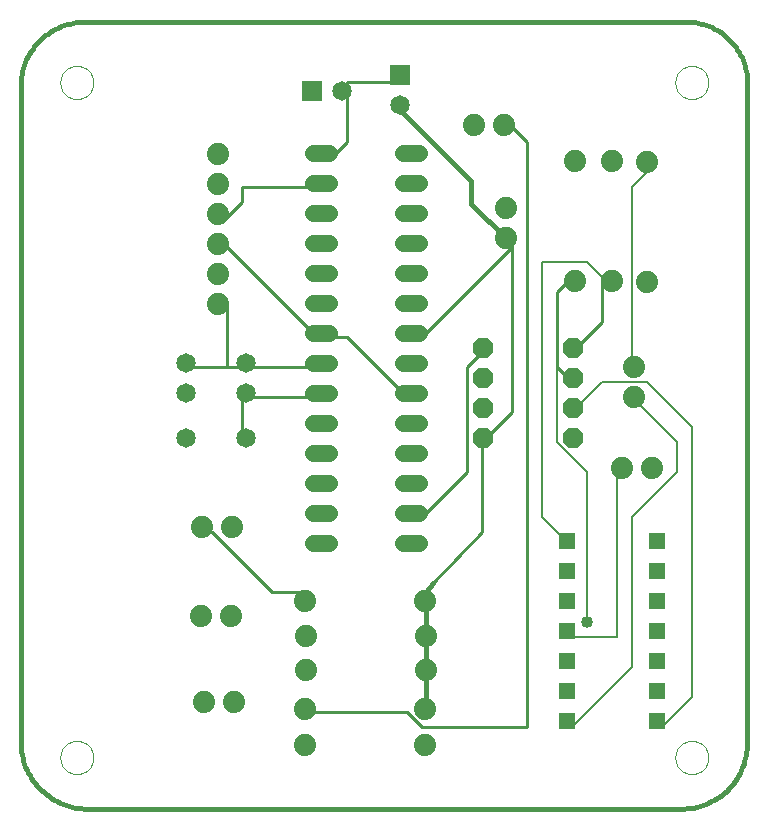
<source format=gtl>
G75*
G70*
%OFA0B0*%
%FSLAX24Y24*%
%IPPOS*%
%LPD*%
%AMOC8*
5,1,8,0,0,1.08239X$1,22.5*
%
%ADD10C,0.0160*%
%ADD11C,0.0000*%
%ADD12C,0.0560*%
%ADD13OC8,0.0680*%
%ADD14C,0.0740*%
%ADD15C,0.0650*%
%ADD16R,0.0650X0.0650*%
%ADD17R,0.0560X0.0560*%
%ADD18C,0.0100*%
%ADD19C,0.0080*%
%ADD20C,0.0400*%
D10*
X000189Y002413D02*
X000189Y024287D01*
X000191Y024388D01*
X000199Y024490D01*
X000211Y024590D01*
X000228Y024690D01*
X000249Y024790D01*
X000275Y024888D01*
X000306Y024984D01*
X000342Y025079D01*
X000382Y025173D01*
X000426Y025264D01*
X000475Y025353D01*
X000527Y025440D01*
X000584Y025524D01*
X000645Y025605D01*
X000710Y025683D01*
X000778Y025758D01*
X000850Y025830D01*
X000925Y025898D01*
X001003Y025963D01*
X001084Y026024D01*
X001168Y026081D01*
X001255Y026133D01*
X001344Y026182D01*
X001435Y026226D01*
X001529Y026266D01*
X001624Y026302D01*
X001720Y026333D01*
X001818Y026359D01*
X001918Y026380D01*
X002018Y026397D01*
X002118Y026409D01*
X002220Y026417D01*
X002321Y026419D01*
X013061Y026419D01*
X012634Y026418D02*
X022373Y026418D01*
X022470Y026416D01*
X022566Y026409D01*
X022662Y026397D01*
X022757Y026381D01*
X022852Y026361D01*
X022945Y026336D01*
X023037Y026306D01*
X023128Y026273D01*
X023217Y026234D01*
X023304Y026192D01*
X023388Y026146D01*
X023471Y026096D01*
X023551Y026041D01*
X023628Y025983D01*
X023703Y025922D01*
X023775Y025857D01*
X023843Y025789D01*
X023908Y025717D01*
X023969Y025642D01*
X024027Y025565D01*
X024082Y025485D01*
X024132Y025402D01*
X024178Y025318D01*
X024220Y025231D01*
X024259Y025142D01*
X024292Y025051D01*
X024322Y024959D01*
X024347Y024866D01*
X024367Y024771D01*
X024383Y024676D01*
X024395Y024580D01*
X024402Y024484D01*
X024404Y024387D01*
X024404Y002391D01*
X024402Y002286D01*
X024394Y002181D01*
X024382Y002077D01*
X024364Y001974D01*
X024342Y001871D01*
X024315Y001769D01*
X024283Y001669D01*
X024246Y001571D01*
X024205Y001475D01*
X024159Y001380D01*
X024108Y001288D01*
X024054Y001198D01*
X023995Y001111D01*
X023932Y001027D01*
X023865Y000946D01*
X023795Y000869D01*
X023720Y000794D01*
X023643Y000724D01*
X023562Y000657D01*
X023478Y000594D01*
X023391Y000535D01*
X023301Y000481D01*
X023209Y000430D01*
X023114Y000384D01*
X023018Y000343D01*
X022920Y000306D01*
X022820Y000274D01*
X022718Y000247D01*
X022615Y000225D01*
X022512Y000207D01*
X022408Y000195D01*
X022303Y000187D01*
X022198Y000185D01*
X002417Y000185D01*
X002311Y000188D01*
X002205Y000195D01*
X002100Y000208D01*
X001995Y000225D01*
X001892Y000248D01*
X001789Y000275D01*
X001688Y000308D01*
X001589Y000345D01*
X001491Y000386D01*
X001396Y000433D01*
X001303Y000483D01*
X001212Y000539D01*
X001125Y000598D01*
X001040Y000662D01*
X000958Y000729D01*
X000880Y000801D01*
X000805Y000876D01*
X000733Y000954D01*
X000666Y001036D01*
X000602Y001121D01*
X000543Y001208D01*
X000487Y001299D01*
X000437Y001392D01*
X000390Y001487D01*
X000349Y001585D01*
X000312Y001684D01*
X000279Y001785D01*
X000252Y001888D01*
X000229Y001991D01*
X000212Y002096D01*
X000199Y002201D01*
X000192Y002307D01*
X000189Y002413D01*
X013678Y003504D02*
X013706Y003504D01*
X013706Y004797D01*
X013706Y005946D01*
X013706Y005946D01*
X013706Y007396D01*
X013678Y007396D01*
X013678Y007099D01*
X013706Y007396D02*
X013939Y007707D01*
X016351Y019199D02*
X015213Y020337D01*
X015213Y021100D01*
X012841Y023472D01*
X012841Y023652D01*
D11*
X001509Y001896D02*
X001511Y001943D01*
X001517Y001989D01*
X001527Y002035D01*
X001540Y002080D01*
X001558Y002123D01*
X001579Y002165D01*
X001603Y002205D01*
X001631Y002242D01*
X001662Y002277D01*
X001696Y002310D01*
X001732Y002339D01*
X001771Y002365D01*
X001812Y002388D01*
X001855Y002407D01*
X001899Y002423D01*
X001944Y002435D01*
X001990Y002443D01*
X002037Y002447D01*
X002083Y002447D01*
X002130Y002443D01*
X002176Y002435D01*
X002221Y002423D01*
X002265Y002407D01*
X002308Y002388D01*
X002349Y002365D01*
X002388Y002339D01*
X002424Y002310D01*
X002458Y002277D01*
X002489Y002242D01*
X002517Y002205D01*
X002541Y002165D01*
X002562Y002123D01*
X002580Y002080D01*
X002593Y002035D01*
X002603Y001989D01*
X002609Y001943D01*
X002611Y001896D01*
X002609Y001849D01*
X002603Y001803D01*
X002593Y001757D01*
X002580Y001712D01*
X002562Y001669D01*
X002541Y001627D01*
X002517Y001587D01*
X002489Y001550D01*
X002458Y001515D01*
X002424Y001482D01*
X002388Y001453D01*
X002349Y001427D01*
X002308Y001404D01*
X002265Y001385D01*
X002221Y001369D01*
X002176Y001357D01*
X002130Y001349D01*
X002083Y001345D01*
X002037Y001345D01*
X001990Y001349D01*
X001944Y001357D01*
X001899Y001369D01*
X001855Y001385D01*
X001812Y001404D01*
X001771Y001427D01*
X001732Y001453D01*
X001696Y001482D01*
X001662Y001515D01*
X001631Y001550D01*
X001603Y001587D01*
X001579Y001627D01*
X001558Y001669D01*
X001540Y001712D01*
X001527Y001757D01*
X001517Y001803D01*
X001511Y001849D01*
X001509Y001896D01*
X001509Y024396D02*
X001511Y024443D01*
X001517Y024489D01*
X001527Y024535D01*
X001540Y024580D01*
X001558Y024623D01*
X001579Y024665D01*
X001603Y024705D01*
X001631Y024742D01*
X001662Y024777D01*
X001696Y024810D01*
X001732Y024839D01*
X001771Y024865D01*
X001812Y024888D01*
X001855Y024907D01*
X001899Y024923D01*
X001944Y024935D01*
X001990Y024943D01*
X002037Y024947D01*
X002083Y024947D01*
X002130Y024943D01*
X002176Y024935D01*
X002221Y024923D01*
X002265Y024907D01*
X002308Y024888D01*
X002349Y024865D01*
X002388Y024839D01*
X002424Y024810D01*
X002458Y024777D01*
X002489Y024742D01*
X002517Y024705D01*
X002541Y024665D01*
X002562Y024623D01*
X002580Y024580D01*
X002593Y024535D01*
X002603Y024489D01*
X002609Y024443D01*
X002611Y024396D01*
X002609Y024349D01*
X002603Y024303D01*
X002593Y024257D01*
X002580Y024212D01*
X002562Y024169D01*
X002541Y024127D01*
X002517Y024087D01*
X002489Y024050D01*
X002458Y024015D01*
X002424Y023982D01*
X002388Y023953D01*
X002349Y023927D01*
X002308Y023904D01*
X002265Y023885D01*
X002221Y023869D01*
X002176Y023857D01*
X002130Y023849D01*
X002083Y023845D01*
X002037Y023845D01*
X001990Y023849D01*
X001944Y023857D01*
X001899Y023869D01*
X001855Y023885D01*
X001812Y023904D01*
X001771Y023927D01*
X001732Y023953D01*
X001696Y023982D01*
X001662Y024015D01*
X001631Y024050D01*
X001603Y024087D01*
X001579Y024127D01*
X001558Y024169D01*
X001540Y024212D01*
X001527Y024257D01*
X001517Y024303D01*
X001511Y024349D01*
X001509Y024396D01*
X022009Y024396D02*
X022011Y024443D01*
X022017Y024489D01*
X022027Y024535D01*
X022040Y024580D01*
X022058Y024623D01*
X022079Y024665D01*
X022103Y024705D01*
X022131Y024742D01*
X022162Y024777D01*
X022196Y024810D01*
X022232Y024839D01*
X022271Y024865D01*
X022312Y024888D01*
X022355Y024907D01*
X022399Y024923D01*
X022444Y024935D01*
X022490Y024943D01*
X022537Y024947D01*
X022583Y024947D01*
X022630Y024943D01*
X022676Y024935D01*
X022721Y024923D01*
X022765Y024907D01*
X022808Y024888D01*
X022849Y024865D01*
X022888Y024839D01*
X022924Y024810D01*
X022958Y024777D01*
X022989Y024742D01*
X023017Y024705D01*
X023041Y024665D01*
X023062Y024623D01*
X023080Y024580D01*
X023093Y024535D01*
X023103Y024489D01*
X023109Y024443D01*
X023111Y024396D01*
X023109Y024349D01*
X023103Y024303D01*
X023093Y024257D01*
X023080Y024212D01*
X023062Y024169D01*
X023041Y024127D01*
X023017Y024087D01*
X022989Y024050D01*
X022958Y024015D01*
X022924Y023982D01*
X022888Y023953D01*
X022849Y023927D01*
X022808Y023904D01*
X022765Y023885D01*
X022721Y023869D01*
X022676Y023857D01*
X022630Y023849D01*
X022583Y023845D01*
X022537Y023845D01*
X022490Y023849D01*
X022444Y023857D01*
X022399Y023869D01*
X022355Y023885D01*
X022312Y023904D01*
X022271Y023927D01*
X022232Y023953D01*
X022196Y023982D01*
X022162Y024015D01*
X022131Y024050D01*
X022103Y024087D01*
X022079Y024127D01*
X022058Y024169D01*
X022040Y024212D01*
X022027Y024257D01*
X022017Y024303D01*
X022011Y024349D01*
X022009Y024396D01*
X022009Y001896D02*
X022011Y001943D01*
X022017Y001989D01*
X022027Y002035D01*
X022040Y002080D01*
X022058Y002123D01*
X022079Y002165D01*
X022103Y002205D01*
X022131Y002242D01*
X022162Y002277D01*
X022196Y002310D01*
X022232Y002339D01*
X022271Y002365D01*
X022312Y002388D01*
X022355Y002407D01*
X022399Y002423D01*
X022444Y002435D01*
X022490Y002443D01*
X022537Y002447D01*
X022583Y002447D01*
X022630Y002443D01*
X022676Y002435D01*
X022721Y002423D01*
X022765Y002407D01*
X022808Y002388D01*
X022849Y002365D01*
X022888Y002339D01*
X022924Y002310D01*
X022958Y002277D01*
X022989Y002242D01*
X023017Y002205D01*
X023041Y002165D01*
X023062Y002123D01*
X023080Y002080D01*
X023093Y002035D01*
X023103Y001989D01*
X023109Y001943D01*
X023111Y001896D01*
X023109Y001849D01*
X023103Y001803D01*
X023093Y001757D01*
X023080Y001712D01*
X023062Y001669D01*
X023041Y001627D01*
X023017Y001587D01*
X022989Y001550D01*
X022958Y001515D01*
X022924Y001482D01*
X022888Y001453D01*
X022849Y001427D01*
X022808Y001404D01*
X022765Y001385D01*
X022721Y001369D01*
X022676Y001357D01*
X022630Y001349D01*
X022583Y001345D01*
X022537Y001345D01*
X022490Y001349D01*
X022444Y001357D01*
X022399Y001369D01*
X022355Y001385D01*
X022312Y001404D01*
X022271Y001427D01*
X022232Y001453D01*
X022196Y001482D01*
X022162Y001515D01*
X022131Y001550D01*
X022103Y001587D01*
X022079Y001627D01*
X022058Y001669D01*
X022040Y001712D01*
X022027Y001757D01*
X022017Y001803D01*
X022011Y001849D01*
X022009Y001896D01*
D12*
X013480Y009040D02*
X012920Y009040D01*
X012920Y010040D02*
X013480Y010040D01*
X013480Y011040D02*
X012920Y011040D01*
X012920Y012040D02*
X013480Y012040D01*
X013480Y013040D02*
X012920Y013040D01*
X012920Y014040D02*
X013480Y014040D01*
X013480Y015040D02*
X012920Y015040D01*
X012920Y016040D02*
X013480Y016040D01*
X013480Y017040D02*
X012920Y017040D01*
X012920Y018040D02*
X013480Y018040D01*
X013480Y019040D02*
X012920Y019040D01*
X012920Y020040D02*
X013480Y020040D01*
X013480Y021040D02*
X012920Y021040D01*
X012920Y022040D02*
X013480Y022040D01*
X010480Y022040D02*
X009920Y022040D01*
X009920Y021040D02*
X010480Y021040D01*
X010480Y020040D02*
X009920Y020040D01*
X009920Y019040D02*
X010480Y019040D01*
X010480Y018040D02*
X009920Y018040D01*
X009920Y017040D02*
X010480Y017040D01*
X010480Y016040D02*
X009920Y016040D01*
X009920Y015040D02*
X010480Y015040D01*
X010480Y014040D02*
X009920Y014040D01*
X009920Y013040D02*
X010480Y013040D01*
X010480Y012040D02*
X009920Y012040D01*
X009920Y011040D02*
X010480Y011040D01*
X010480Y010040D02*
X009920Y010040D01*
X009920Y009040D02*
X010480Y009040D01*
D13*
X015607Y012533D03*
X015607Y013533D03*
X015607Y014533D03*
X015607Y015533D03*
X018607Y015533D03*
X018607Y014533D03*
X018607Y013533D03*
X018607Y012533D03*
D14*
X020244Y011533D03*
X021244Y011533D03*
X020635Y013895D03*
X020635Y014895D03*
X021056Y017757D03*
X019893Y017767D03*
X018650Y017768D03*
X016351Y019199D03*
X016351Y020199D03*
X018650Y021768D03*
X019893Y021767D03*
X021056Y021757D03*
X016290Y022978D03*
X015290Y022978D03*
X006762Y022012D03*
X006762Y021012D03*
X006762Y020012D03*
X006762Y019012D03*
X006762Y018012D03*
X006762Y017012D03*
X007229Y009574D03*
X006229Y009574D03*
X006200Y006624D03*
X007200Y006624D03*
X009678Y007099D03*
X009706Y005946D03*
X009706Y004797D03*
X009678Y003504D03*
X009666Y002314D03*
X007313Y003737D03*
X006313Y003737D03*
X013678Y003504D03*
X013666Y002314D03*
X013706Y004797D03*
X013706Y005946D03*
X013678Y007099D03*
D15*
X007700Y012540D03*
X007700Y014040D03*
X007700Y015040D03*
X005700Y015040D03*
X005700Y014040D03*
X005700Y012540D03*
X012841Y023652D03*
X010911Y024102D03*
D16*
X009911Y024102D03*
X012841Y024652D03*
D17*
X018412Y009108D03*
X018412Y008108D03*
X018412Y007108D03*
X018412Y006108D03*
X018412Y005108D03*
X018412Y004108D03*
X018412Y003108D03*
X021412Y003108D03*
X021412Y004108D03*
X021412Y005108D03*
X021412Y006108D03*
X021412Y007108D03*
X021412Y008108D03*
X021412Y009108D03*
D18*
X018560Y014396D02*
X018607Y014533D01*
X018560Y014396D02*
X018060Y014896D01*
X018060Y017396D01*
X018560Y017896D01*
X018650Y017768D01*
X019560Y017896D02*
X019893Y017767D01*
X019560Y017896D02*
X019560Y016396D01*
X018560Y015396D01*
X018607Y015533D01*
X016560Y013396D02*
X016560Y018896D01*
X016351Y019199D01*
X016560Y018896D02*
X013560Y015896D01*
X013200Y016040D01*
X013200Y014040D02*
X013060Y013896D01*
X011060Y015896D01*
X010560Y015896D01*
X010060Y015896D02*
X007060Y018896D01*
X006762Y019012D01*
X007060Y019896D02*
X006762Y020012D01*
X007060Y019896D02*
X007560Y020396D01*
X007560Y020896D01*
X010060Y020896D01*
X010200Y021040D01*
X010560Y021896D02*
X010200Y022040D01*
X010560Y021896D02*
X011060Y022396D01*
X011060Y023896D01*
X010911Y024102D01*
X011060Y024396D01*
X012560Y024396D01*
X012841Y024652D01*
X016290Y022978D02*
X016560Y022896D01*
X017060Y022396D01*
X017060Y002896D01*
X013560Y002896D01*
X013060Y003396D01*
X009560Y003396D01*
X009678Y003504D01*
X009678Y007099D02*
X009560Y007396D01*
X008560Y007396D01*
X006560Y009396D01*
X006229Y009574D01*
X007560Y012396D02*
X007700Y012540D01*
X007560Y012396D02*
X007560Y013896D01*
X007700Y014040D01*
X007560Y013896D02*
X010060Y013896D01*
X010200Y014040D01*
X010060Y014896D02*
X010200Y015040D01*
X010060Y014896D02*
X007560Y014896D01*
X007700Y015040D01*
X007560Y014896D02*
X007060Y014896D01*
X007060Y016896D01*
X006762Y017012D01*
X005700Y015040D02*
X005560Y014896D01*
X007060Y014896D01*
X013200Y010040D02*
X013560Y009896D01*
X015060Y011396D01*
X015060Y014896D01*
X015560Y015396D01*
X015607Y015533D01*
X016560Y013396D02*
X015560Y012396D01*
X015607Y012533D01*
X015560Y012396D02*
X015560Y009396D01*
X013939Y007707D01*
D19*
X017560Y009896D02*
X018560Y008896D01*
X018412Y009108D01*
X017560Y009896D02*
X017560Y018396D01*
X019060Y018396D01*
X019560Y017896D01*
X020560Y020896D02*
X021060Y021396D01*
X021056Y021757D01*
X020560Y020896D02*
X020560Y014896D01*
X020635Y014895D01*
X021060Y014396D02*
X019560Y014396D01*
X018560Y013396D01*
X018607Y013533D01*
X018060Y012396D02*
X018060Y014896D01*
X018060Y012396D02*
X019060Y011396D01*
X019060Y006396D01*
X018560Y005896D02*
X018412Y006108D01*
X018560Y005896D02*
X020060Y005896D01*
X020060Y011396D01*
X020244Y011533D01*
X020560Y009896D02*
X022060Y011396D01*
X022060Y012396D01*
X020560Y013896D01*
X020635Y013895D01*
X021060Y014396D02*
X022560Y012896D01*
X022560Y003896D01*
X021560Y002896D01*
X021412Y003108D01*
X020560Y004896D02*
X020560Y009896D01*
X020560Y004896D02*
X018560Y002896D01*
X018412Y003108D01*
X010560Y015896D02*
X010200Y016040D01*
X010060Y015896D01*
D20*
X019060Y006396D03*
M02*

</source>
